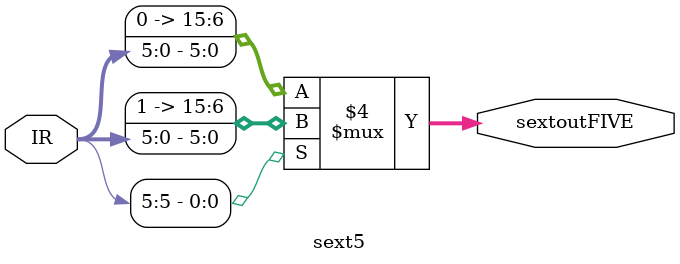
<source format=sv>
module sext5
(
    input logic [5:0] IR,
    output logic [15:0] sextoutFIVE
);

    always_comb
    if (IR[5] == 1'd1)
        begin
            sextoutFIVE = {10'b1111111111, IR};
        end
    else
        begin
            sextoutFIVE = {10'b0000000000, IR};
        end
endmodule
</source>
